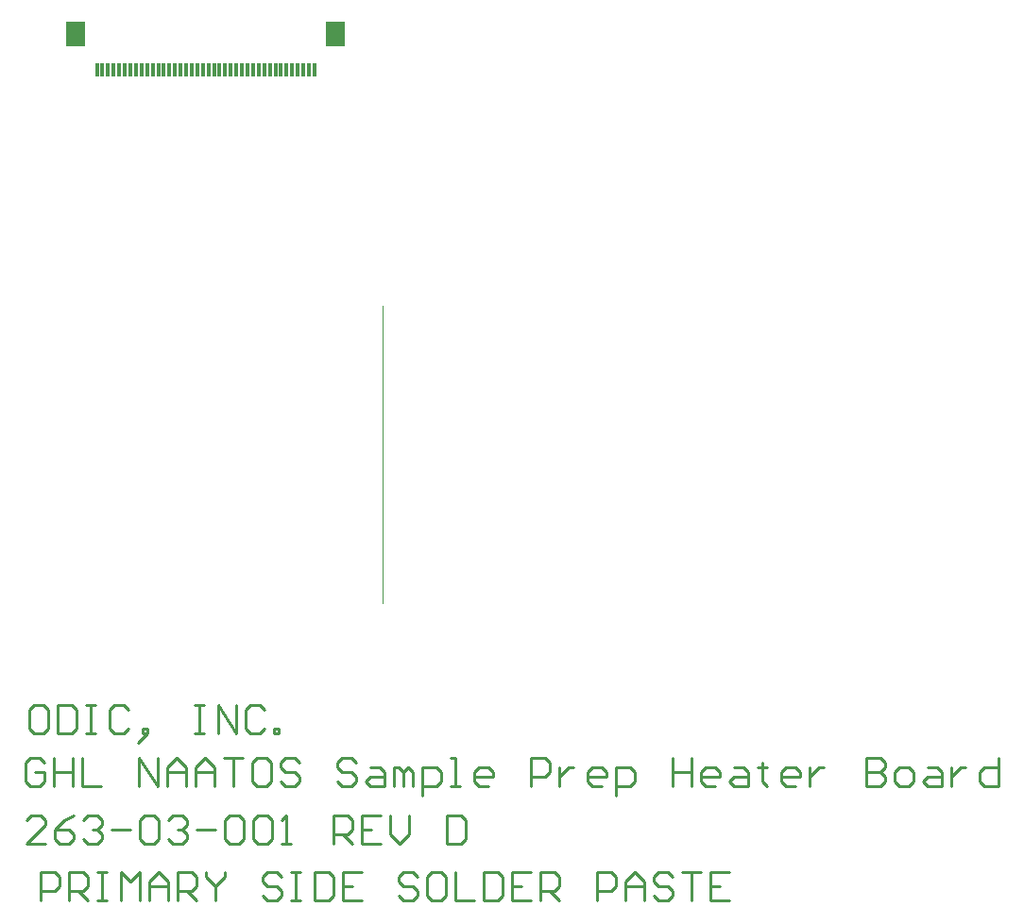
<source format=gtp>
G04*
G04 #@! TF.GenerationSoftware,Altium Limited,Altium Designer,24.9.1 (31)*
G04*
G04 Layer_Color=8421504*
%FSLAX44Y44*%
%MOMM*%
G71*
G04*
G04 #@! TF.SameCoordinates,8DF27061-4A41-470E-9062-B82E270B293B*
G04*
G04*
G04 #@! TF.FilePolarity,Positive*
G04*
G01*
G75*
%ADD11C,0.2540*%
%ADD13C,0.0127*%
%ADD14R,0.3000X1.3000*%
%ADD15R,1.8000X2.2000*%
D11*
X10487Y-241148D02*
Y-215757D01*
X23182D01*
X27414Y-219989D01*
Y-228453D01*
X23182Y-232685D01*
X10487D01*
X35878Y-241148D02*
Y-215757D01*
X48574D01*
X52806Y-219989D01*
Y-228453D01*
X48574Y-232685D01*
X35878D01*
X44342D02*
X52806Y-241148D01*
X61270Y-215757D02*
X69734D01*
X65502D01*
Y-241148D01*
X61270D01*
X69734D01*
X82430D02*
Y-215757D01*
X90894Y-224221D01*
X99358Y-215757D01*
Y-241148D01*
X107822D02*
Y-224221D01*
X116286Y-215757D01*
X124750Y-224221D01*
Y-241148D01*
Y-228453D01*
X107822D01*
X133214Y-241148D02*
Y-215757D01*
X145909D01*
X150141Y-219989D01*
Y-228453D01*
X145909Y-232685D01*
X133214D01*
X141678D02*
X150141Y-241148D01*
X158605Y-215757D02*
Y-219989D01*
X167069Y-228453D01*
X175533Y-219989D01*
Y-215757D01*
X167069Y-228453D02*
Y-241148D01*
X226317Y-219989D02*
X222085Y-215757D01*
X213621D01*
X209389Y-219989D01*
Y-224221D01*
X213621Y-228453D01*
X222085D01*
X226317Y-232685D01*
Y-236917D01*
X222085Y-241148D01*
X213621D01*
X209389Y-236917D01*
X234781Y-215757D02*
X243245D01*
X239013D01*
Y-241148D01*
X234781D01*
X243245D01*
X255940Y-215757D02*
Y-241148D01*
X268636D01*
X272868Y-236917D01*
Y-219989D01*
X268636Y-215757D01*
X255940D01*
X298260D02*
X281332D01*
Y-241148D01*
X298260D01*
X281332Y-228453D02*
X289796D01*
X349044Y-219989D02*
X344812Y-215757D01*
X336348D01*
X332116Y-219989D01*
Y-224221D01*
X336348Y-228453D01*
X344812D01*
X349044Y-232685D01*
Y-236917D01*
X344812Y-241148D01*
X336348D01*
X332116Y-236917D01*
X370204Y-215757D02*
X361740D01*
X357508Y-219989D01*
Y-236917D01*
X361740Y-241148D01*
X370204D01*
X374436Y-236917D01*
Y-219989D01*
X370204Y-215757D01*
X382900D02*
Y-241148D01*
X399827D01*
X408291Y-215757D02*
Y-241148D01*
X420987D01*
X425219Y-236917D01*
Y-219989D01*
X420987Y-215757D01*
X408291D01*
X450611D02*
X433683D01*
Y-241148D01*
X450611D01*
X433683Y-228453D02*
X442147D01*
X459075Y-241148D02*
Y-215757D01*
X471771D01*
X476003Y-219989D01*
Y-228453D01*
X471771Y-232685D01*
X459075D01*
X467539D02*
X476003Y-241148D01*
X509859D02*
Y-215757D01*
X522554D01*
X526786Y-219989D01*
Y-228453D01*
X522554Y-232685D01*
X509859D01*
X535250Y-241148D02*
Y-224221D01*
X543714Y-215757D01*
X552178Y-224221D01*
Y-241148D01*
Y-228453D01*
X535250D01*
X577570Y-219989D02*
X573338Y-215757D01*
X564874D01*
X560642Y-219989D01*
Y-224221D01*
X564874Y-228453D01*
X573338D01*
X577570Y-232685D01*
Y-236917D01*
X573338Y-241148D01*
X564874D01*
X560642Y-236917D01*
X586034Y-215757D02*
X602962D01*
X594498D01*
Y-241148D01*
X628354Y-215757D02*
X611426D01*
Y-241148D01*
X628354D01*
X611426Y-228453D02*
X619890D01*
X12982Y-65749D02*
X4518D01*
X287Y-69981D01*
Y-86909D01*
X4518Y-91141D01*
X12982D01*
X17214Y-86909D01*
Y-69981D01*
X12982Y-65749D01*
X25678D02*
Y-91141D01*
X38374D01*
X42606Y-86909D01*
Y-69981D01*
X38374Y-65749D01*
X25678D01*
X51070D02*
X59534D01*
X55302D01*
Y-91141D01*
X51070D01*
X59534D01*
X89158Y-69981D02*
X84926Y-65749D01*
X76462D01*
X72230Y-69981D01*
Y-86909D01*
X76462Y-91141D01*
X84926D01*
X89158Y-86909D01*
X101854Y-95372D02*
X106086Y-91141D01*
Y-86909D01*
X101854D01*
Y-91141D01*
X106086D01*
X101854Y-95372D01*
X97622Y-99605D01*
X148405Y-65749D02*
X156869D01*
X152637D01*
Y-91141D01*
X148405D01*
X156869D01*
X169565D02*
Y-65749D01*
X186493Y-91141D01*
Y-65749D01*
X211885Y-69981D02*
X207653Y-65749D01*
X199189D01*
X194957Y-69981D01*
Y-86909D01*
X199189Y-91141D01*
X207653D01*
X211885Y-86909D01*
X220349Y-91141D02*
Y-86909D01*
X224581D01*
Y-91141D01*
X220349D01*
X14468Y-117106D02*
X10236Y-112874D01*
X1772D01*
X-2460Y-117106D01*
Y-134034D01*
X1772Y-138266D01*
X10236D01*
X14468Y-134034D01*
Y-125570D01*
X6004D01*
X22932Y-112874D02*
Y-138266D01*
Y-125570D01*
X39860D01*
Y-112874D01*
Y-138266D01*
X48324Y-112874D02*
Y-138266D01*
X65251D01*
X99107D02*
Y-112874D01*
X116035Y-138266D01*
Y-112874D01*
X124499Y-138266D02*
Y-121338D01*
X132963Y-112874D01*
X141427Y-121338D01*
Y-138266D01*
Y-125570D01*
X124499D01*
X149891Y-138266D02*
Y-121338D01*
X158355Y-112874D01*
X166819Y-121338D01*
Y-138266D01*
Y-125570D01*
X149891D01*
X175283Y-112874D02*
X192210D01*
X183746D01*
Y-138266D01*
X213370Y-112874D02*
X204906D01*
X200674Y-117106D01*
Y-134034D01*
X204906Y-138266D01*
X213370D01*
X217602Y-134034D01*
Y-117106D01*
X213370Y-112874D01*
X242994Y-117106D02*
X238762Y-112874D01*
X230298D01*
X226066Y-117106D01*
Y-121338D01*
X230298Y-125570D01*
X238762D01*
X242994Y-129802D01*
Y-134034D01*
X238762Y-138266D01*
X230298D01*
X226066Y-134034D01*
X293778Y-117106D02*
X289546Y-112874D01*
X281082D01*
X276850Y-117106D01*
Y-121338D01*
X281082Y-125570D01*
X289546D01*
X293778Y-129802D01*
Y-134034D01*
X289546Y-138266D01*
X281082D01*
X276850Y-134034D01*
X306474Y-121338D02*
X314937D01*
X319169Y-125570D01*
Y-138266D01*
X306474D01*
X302242Y-134034D01*
X306474Y-129802D01*
X319169D01*
X327633Y-138266D02*
Y-121338D01*
X331865D01*
X336097Y-125570D01*
Y-138266D01*
Y-125570D01*
X340329Y-121338D01*
X344561Y-125570D01*
Y-138266D01*
X353025Y-146730D02*
Y-121338D01*
X365721D01*
X369953Y-125570D01*
Y-134034D01*
X365721Y-138266D01*
X353025D01*
X378417D02*
X386881D01*
X382649D01*
Y-112874D01*
X378417D01*
X412273Y-138266D02*
X403809D01*
X399577Y-134034D01*
Y-125570D01*
X403809Y-121338D01*
X412273D01*
X416505Y-125570D01*
Y-129802D01*
X399577D01*
X450360Y-138266D02*
Y-112874D01*
X463056D01*
X467288Y-117106D01*
Y-125570D01*
X463056Y-129802D01*
X450360D01*
X475752Y-121338D02*
Y-138266D01*
Y-129802D01*
X479984Y-125570D01*
X484216Y-121338D01*
X488448D01*
X513840Y-138266D02*
X505376D01*
X501144Y-134034D01*
Y-125570D01*
X505376Y-121338D01*
X513840D01*
X518072Y-125570D01*
Y-129802D01*
X501144D01*
X526536Y-146730D02*
Y-121338D01*
X539232D01*
X543464Y-125570D01*
Y-134034D01*
X539232Y-138266D01*
X526536D01*
X577319Y-112874D02*
Y-138266D01*
Y-125570D01*
X594247D01*
Y-112874D01*
Y-138266D01*
X615407D02*
X606943D01*
X602711Y-134034D01*
Y-125570D01*
X606943Y-121338D01*
X615407D01*
X619639Y-125570D01*
Y-129802D01*
X602711D01*
X632335Y-121338D02*
X640799D01*
X645031Y-125570D01*
Y-138266D01*
X632335D01*
X628103Y-134034D01*
X632335Y-129802D01*
X645031D01*
X657727Y-117106D02*
Y-121338D01*
X653495D01*
X661959D01*
X657727D01*
Y-134034D01*
X661959Y-138266D01*
X687350D02*
X678886D01*
X674655Y-134034D01*
Y-125570D01*
X678886Y-121338D01*
X687350D01*
X691582Y-125570D01*
Y-129802D01*
X674655D01*
X700046Y-121338D02*
Y-138266D01*
Y-129802D01*
X704278Y-125570D01*
X708510Y-121338D01*
X712742D01*
X750830Y-112874D02*
Y-138266D01*
X763526D01*
X767758Y-134034D01*
Y-129802D01*
X763526Y-125570D01*
X750830D01*
X763526D01*
X767758Y-121338D01*
Y-117106D01*
X763526Y-112874D01*
X750830D01*
X780454Y-138266D02*
X788918D01*
X793150Y-134034D01*
Y-125570D01*
X788918Y-121338D01*
X780454D01*
X776222Y-125570D01*
Y-134034D01*
X780454Y-138266D01*
X805845Y-121338D02*
X814309D01*
X818541Y-125570D01*
Y-138266D01*
X805845D01*
X801613Y-134034D01*
X805845Y-129802D01*
X818541D01*
X827005Y-121338D02*
Y-138266D01*
Y-129802D01*
X831237Y-125570D01*
X835469Y-121338D01*
X839701D01*
X869325Y-112874D02*
Y-138266D01*
X856629D01*
X852397Y-134034D01*
Y-125570D01*
X856629Y-121338D01*
X869325D01*
X14854Y-190348D02*
X-2074D01*
X14854Y-173421D01*
Y-169189D01*
X10622Y-164957D01*
X2158D01*
X-2074Y-169189D01*
X40246Y-164957D02*
X31782Y-169189D01*
X23318Y-177653D01*
Y-186117D01*
X27550Y-190348D01*
X36014D01*
X40246Y-186117D01*
Y-181885D01*
X36014Y-177653D01*
X23318D01*
X48710Y-169189D02*
X52942Y-164957D01*
X61406D01*
X65638Y-169189D01*
Y-173421D01*
X61406Y-177653D01*
X57174D01*
X61406D01*
X65638Y-181885D01*
Y-186117D01*
X61406Y-190348D01*
X52942D01*
X48710Y-186117D01*
X74102Y-177653D02*
X91030D01*
X99494Y-169189D02*
X103726Y-164957D01*
X112190D01*
X116422Y-169189D01*
Y-186117D01*
X112190Y-190348D01*
X103726D01*
X99494Y-186117D01*
Y-169189D01*
X124886D02*
X129117Y-164957D01*
X137581D01*
X141813Y-169189D01*
Y-173421D01*
X137581Y-177653D01*
X133349D01*
X137581D01*
X141813Y-181885D01*
Y-186117D01*
X137581Y-190348D01*
X129117D01*
X124886Y-186117D01*
X150277Y-177653D02*
X167205D01*
X175669Y-169189D02*
X179901Y-164957D01*
X188365D01*
X192597Y-169189D01*
Y-186117D01*
X188365Y-190348D01*
X179901D01*
X175669Y-186117D01*
Y-169189D01*
X201061D02*
X205293Y-164957D01*
X213757D01*
X217989Y-169189D01*
Y-186117D01*
X213757Y-190348D01*
X205293D01*
X201061Y-186117D01*
Y-169189D01*
X226453Y-190348D02*
X234917D01*
X230685D01*
Y-164957D01*
X226453Y-169189D01*
X273004Y-190348D02*
Y-164957D01*
X285700D01*
X289932Y-169189D01*
Y-177653D01*
X285700Y-181885D01*
X273004D01*
X281468D02*
X289932Y-190348D01*
X315324Y-164957D02*
X298396D01*
Y-190348D01*
X315324D01*
X298396Y-177653D02*
X306860D01*
X323788Y-164957D02*
Y-181885D01*
X332252Y-190348D01*
X340716Y-181885D01*
Y-164957D01*
X374571D02*
Y-190348D01*
X387267D01*
X391499Y-186117D01*
Y-169189D01*
X387267Y-164957D01*
X374571D01*
D13*
X317500Y25400D02*
Y292100D01*
D14*
X256250Y503710D02*
D03*
X251250D02*
D03*
X246250D02*
D03*
X241250D02*
D03*
X236250D02*
D03*
X231250D02*
D03*
X226250D02*
D03*
X221250D02*
D03*
X216250D02*
D03*
X211250D02*
D03*
X206250D02*
D03*
X201250D02*
D03*
X196250D02*
D03*
X191250D02*
D03*
X186250D02*
D03*
X181250D02*
D03*
X176250D02*
D03*
X171250D02*
D03*
X166250D02*
D03*
X161250D02*
D03*
X156250D02*
D03*
X151250D02*
D03*
X146250D02*
D03*
X141250D02*
D03*
X136250D02*
D03*
X131250D02*
D03*
X126250D02*
D03*
X121250D02*
D03*
X116250D02*
D03*
X111250D02*
D03*
X106250D02*
D03*
X101250D02*
D03*
X96250D02*
D03*
X91250D02*
D03*
X86250D02*
D03*
X81250D02*
D03*
X76250D02*
D03*
X71250D02*
D03*
X66250D02*
D03*
X61250D02*
D03*
D15*
X42291Y536222D02*
D03*
X275209D02*
D03*
M02*

</source>
